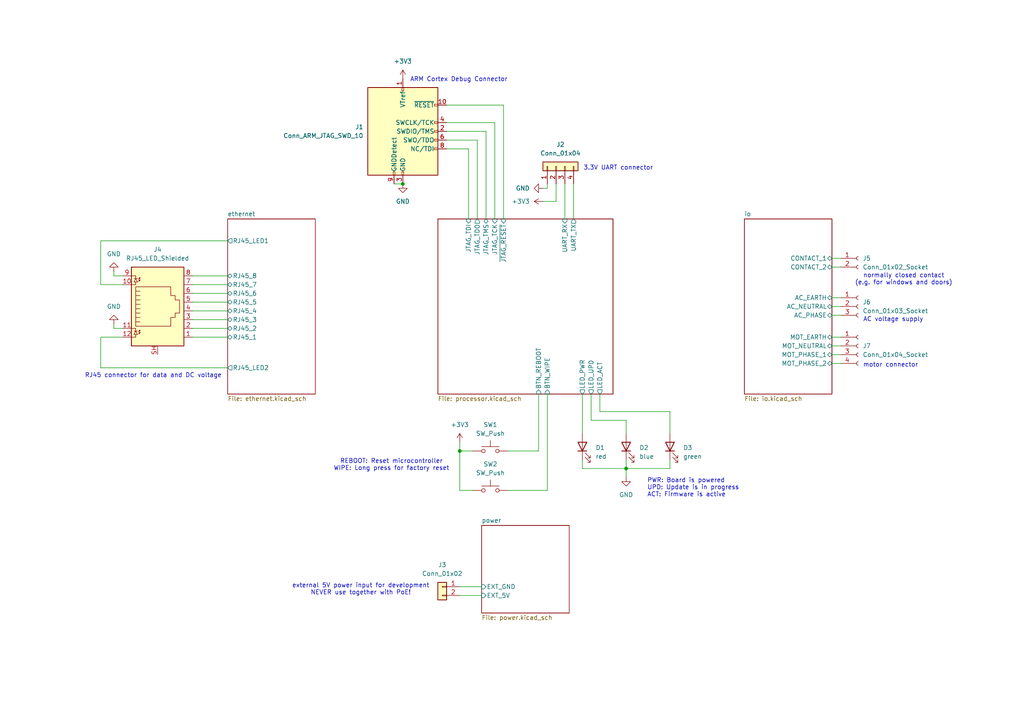
<source format=kicad_sch>
(kicad_sch (version 20231120) (generator "eeschema") (generator_version "8.0")
  (paper "A4")
  (lib_symbols
    (symbol "Connector:Conn_01x02_Socket" (pin_names (offset 1.016) hide)
      (property "Reference" "J" (at 0 2.54 0))
      (property "Value" "Conn_01x02_Socket" (at 0 -5.08 0))
      (symbol "Conn_01x02_Socket_1_1"
        (arc (start 0 -2.032) (mid -0.5058 -2.54) (end 0 -3.048) (stroke (width 0.1524)))
        (polyline (pts (xy -1.27 -2.54) (xy -0.508 -2.54)) (stroke (width 0.1524)))
        (polyline (pts (xy -1.27 0) (xy -0.508 0)) (stroke (width 0.1524)))
        (arc (start 0 0.508) (mid -0.5058 0) (end 0 -0.508) (stroke (width 0.1524)))
        (pin passive line (at -5.08 0 0) (length 3.81) (name "Pin_1") (number "1"))
        (pin passive line (at -5.08 -2.54 0) (length 3.81) (name "Pin_2") (number "2"))
      )
    )
    (symbol "Connector:Conn_01x03_Socket" (pin_names (offset 1.016) hide)
      (property "Reference" "J" (at 0 5.08 0))
      (property "Value" "Conn_01x03_Socket" (at 0 -5.08 0))
      (symbol "Conn_01x03_Socket_1_1"
        (arc (start 0 -2.032) (mid -0.5058 -2.54) (end 0 -3.048) (stroke (width 0.1524)))
        (polyline (pts (xy -1.27 -2.54) (xy -0.508 -2.54)) (stroke (width 0.1524)))
        (polyline (pts (xy -1.27 0) (xy -0.508 0)) (stroke (width 0.1524)))
        (polyline (pts (xy -1.27 2.54) (xy -0.508 2.54)) (stroke (width 0.1524)))
        (arc (start 0 0.508) (mid -0.5058 0) (end 0 -0.508) (stroke (width 0.1524)))
        (arc (start 0 3.048) (mid -0.5058 2.54) (end 0 2.032) (stroke (width 0.1524)))
        (pin passive line (at -5.08 2.54 0) (length 3.81) (name "Pin_1") (number "1"))
        (pin passive line (at -5.08 0 0) (length 3.81) (name "Pin_2") (number "2"))
        (pin passive line (at -5.08 -2.54 0) (length 3.81) (name "Pin_3") (number "3"))
      )
    )
    (symbol "Connector:Conn_01x04_Socket" (pin_names (offset 1.016) hide)
      (property "Reference" "J" (at 0 5.08 0))
      (property "Value" "Conn_01x04_Socket" (at 0 -7.62 0))
      (symbol "Conn_01x04_Socket_1_1"
        (arc (start 0 -4.572) (mid -0.5058 -5.08) (end 0 -5.588) (stroke (width 0.1524)))
        (arc (start 0 -2.032) (mid -0.5058 -2.54) (end 0 -3.048) (stroke (width 0.1524)))
        (polyline (pts (xy -1.27 -5.08) (xy -0.508 -5.08)) (stroke (width 0.1524)))
        (polyline (pts (xy -1.27 -2.54) (xy -0.508 -2.54)) (stroke (width 0.1524)))
        (polyline (pts (xy -1.27 0) (xy -0.508 0)) (stroke (width 0.1524)))
        (polyline (pts (xy -1.27 2.54) (xy -0.508 2.54)) (stroke (width 0.1524)))
        (arc (start 0 0.508) (mid -0.5058 0) (end 0 -0.508) (stroke (width 0.1524)))
        (arc (start 0 3.048) (mid -0.5058 2.54) (end 0 2.032) (stroke (width 0.1524)))
        (pin passive line (at -5.08 2.54 0) (length 3.81) (name "Pin_1") (number "1"))
        (pin passive line (at -5.08 0 0) (length 3.81) (name "Pin_2") (number "2"))
        (pin passive line (at -5.08 -2.54 0) (length 3.81) (name "Pin_3") (number "3"))
        (pin passive line (at -5.08 -5.08 0) (length 3.81) (name "Pin_4") (number "4"))
      )
    )
    (symbol "Connector:Conn_ARM_JTAG_SWD_10" (pin_names (offset 1.016))
      (property "Reference" "J" (at -2.54 16.51 0))
      (property "Value" "Conn_ARM_JTAG_SWD_10" (at -2.54 13.97 0))
      (symbol "Conn_ARM_JTAG_SWD_10_0_1"
        (rectangle (start -10.16 12.7) (end 10.16 -12.7) (stroke (width 0.254)) (fill (type background)))
        (rectangle (start -2.794 -12.7) (end -2.286 -11.684))
        (rectangle (start -0.254 -12.7) (end 0.254 -11.684))
        (rectangle (start -0.254 12.7) (end 0.254 11.684))
        (rectangle (start 9.144 2.286) (end 10.16 2.794))
        (rectangle (start 10.16 -2.794) (end 9.144 -2.286))
        (rectangle (start 10.16 -0.254) (end 9.144 0.254))
        (rectangle (start 10.16 7.874) (end 9.144 7.366))
      )
      (symbol "Conn_ARM_JTAG_SWD_10_1_1"
        (rectangle (start 9.144 -5.334) (end 10.16 -4.826))
        (pin power_in line (at 0 15.24 270) (length 2.54) (name "VTref") (number "1"))
        (pin open_collector line (at 12.7 7.62 180) (length 2.54) (name "~{RESET}") (number "10"))
        (pin bidirectional line (at 12.7 0 180) (length 2.54) (name "SWDIO/TMS") (number "2"))
        (pin power_in line (at 0 -15.24 90) (length 2.54) (name "GND") (number "3"))
        (pin output line (at 12.7 2.54 180) (length 2.54) (name "SWCLK/TCK") (number "4"))
        (pin passive line (at 0 -15.24 90) (length 2.54) hide (name "GND") (number "5"))
        (pin input line (at 12.7 -2.54 180) (length 2.54) (name "SWO/TDO") (number "6"))
        (pin no_connect line (at -10.16 0 0) (length 2.54) hide (name "KEY") (number "7"))
        (pin output line (at 12.7 -5.08 180) (length 2.54) (name "NC/TDI") (number "8"))
        (pin passive line (at -2.54 -15.24 90) (length 2.54) (name "GNDDetect") (number "9"))
      )
    )
    (symbol "Connector:RJ45_LED_Shielded" (pin_names (offset 1.016))
      (property "Reference" "J" (at -5.08 13.97 0))
      (property "Value" "RJ45_LED_Shielded" (at 1.27 13.97 0))
      (symbol "RJ45_LED_Shielded_0_1"
        (polyline (pts (xy -7.62 -7.62) (xy -6.35 -7.62)))
        (polyline (pts (xy -7.62 -5.08) (xy -6.35 -5.08)))
        (polyline (pts (xy -7.62 7.62) (xy -6.35 7.62)))
        (polyline (pts (xy -7.62 10.16) (xy -6.35 10.16)))
        (polyline (pts (xy -6.858 -5.842) (xy -5.842 -5.842)))
        (polyline (pts (xy -6.858 9.398) (xy -5.842 9.398)))
        (polyline (pts (xy -6.35 -7.62) (xy -6.35 -6.858)))
        (polyline (pts (xy -6.35 -5.08) (xy -6.35 -5.842)))
        (polyline (pts (xy -6.35 7.62) (xy -6.35 8.382)))
        (polyline (pts (xy -6.35 10.16) (xy -6.35 9.398)))
        (polyline (pts (xy -5.08 -6.223) (xy -5.207 -6.604)))
        (polyline (pts (xy -5.08 -5.588) (xy -5.207 -5.969)))
        (polyline (pts (xy -5.08 4.445) (xy -6.35 4.445)))
        (polyline (pts (xy -5.08 5.715) (xy -6.35 5.715)))
        (polyline (pts (xy -5.08 9.017) (xy -5.207 8.636)))
        (polyline (pts (xy -5.08 9.652) (xy -5.207 9.271)))
        (polyline (pts (xy -6.35 -3.175) (xy -5.08 -3.175) (xy -5.08 -3.175)))
        (polyline (pts (xy -6.35 -1.905) (xy -5.08 -1.905) (xy -5.08 -1.905)))
        (polyline (pts (xy -6.35 -0.635) (xy -5.08 -0.635) (xy -5.08 -0.635)))
        (polyline (pts (xy -6.35 0.635) (xy -5.08 0.635) (xy -5.08 0.635)))
        (polyline (pts (xy -6.35 1.905) (xy -5.08 1.905) (xy -5.08 1.905)))
        (polyline (pts (xy -5.588 -6.731) (xy -5.08 -6.223) (xy -5.461 -6.35)))
        (polyline (pts (xy -5.588 -6.096) (xy -5.08 -5.588) (xy -5.461 -5.715)))
        (polyline (pts (xy -5.588 8.509) (xy -5.08 9.017) (xy -5.461 8.89)))
        (polyline (pts (xy -5.588 9.144) (xy -5.08 9.652) (xy -5.461 9.525)))
        (polyline (pts (xy -5.08 3.175) (xy -6.35 3.175) (xy -6.35 3.175)))
        (polyline (pts (xy -6.35 -5.842) (xy -6.858 -6.858) (xy -5.842 -6.858) (xy -6.35 -5.842)))
        (polyline (pts (xy -6.35 9.398) (xy -6.858 8.382) (xy -5.842 8.382) (xy -6.35 9.398)))
        (polyline (pts (xy -6.35 -4.445) (xy -6.35 6.985) (xy 3.81 6.985) (xy 3.81 4.445) (xy 5.08 4.445) (xy 5.08 3.175) (xy 6.35 3.175) (xy 6.35 -0.635) (xy 5.08 -0.635) (xy 5.08 -1.905) (xy 3.81 -1.905) (xy 3.81 -4.445) (xy -6.35 -4.445) (xy -6.35 -4.445)))
        (rectangle (start 7.62 12.7) (end -7.62 -10.16) (stroke (width 0.254)) (fill (type background)))
      )
      (symbol "RJ45_LED_Shielded_1_1"
        (pin passive line (at 10.16 -7.62 180) (length 2.54) (name "~") (number "1"))
        (pin passive line (at -10.16 7.62 0) (length 2.54) (name "~") (number "10"))
        (pin passive line (at -10.16 -5.08 0) (length 2.54) (name "~") (number "11"))
        (pin passive line (at -10.16 -7.62 0) (length 2.54) (name "~") (number "12"))
        (pin passive line (at 10.16 -5.08 180) (length 2.54) (name "~") (number "2"))
        (pin passive line (at 10.16 -2.54 180) (length 2.54) (name "~") (number "3"))
        (pin passive line (at 10.16 0 180) (length 2.54) (name "~") (number "4"))
        (pin passive line (at 10.16 2.54 180) (length 2.54) (name "~") (number "5"))
        (pin passive line (at 10.16 5.08 180) (length 2.54) (name "~") (number "6"))
        (pin passive line (at 10.16 7.62 180) (length 2.54) (name "~") (number "7"))
        (pin passive line (at 10.16 10.16 180) (length 2.54) (name "~") (number "8"))
        (pin passive line (at -10.16 10.16 0) (length 2.54) (name "~") (number "9"))
        (pin passive line (at 0 -12.7 90) (length 2.54) (name "~") (number "SH"))
      )
    )
    (symbol "Connector_Generic:Conn_01x02" (pin_names (offset 1.016) hide)
      (property "Reference" "J" (at 0 2.54 0))
      (property "Value" "Conn_01x02" (at 0 -5.08 0))
      (symbol "Conn_01x02_1_1"
        (rectangle (start -1.27 -2.413) (end 0 -2.667) (stroke (width 0.1524)))
        (rectangle (start -1.27 0.127) (end 0 -0.127) (stroke (width 0.1524)))
        (rectangle (start -1.27 1.27) (end 1.27 -3.81) (stroke (width 0.254)) (fill (type background)))
        (pin passive line (at -5.08 0 0) (length 3.81) (name "Pin_1") (number "1"))
        (pin passive line (at -5.08 -2.54 0) (length 3.81) (name "Pin_2") (number "2"))
      )
    )
    (symbol "Connector_Generic:Conn_01x04" (pin_names (offset 1.016) hide)
      (property "Reference" "J" (at 0 5.08 0))
      (property "Value" "Conn_01x04" (at 0 -7.62 0))
      (symbol "Conn_01x04_1_1"
        (rectangle (start -1.27 -4.953) (end 0 -5.207) (stroke (width 0.1524)))
        (rectangle (start -1.27 -2.413) (end 0 -2.667) (stroke (width 0.1524)))
        (rectangle (start -1.27 0.127) (end 0 -0.127) (stroke (width 0.1524)))
        (rectangle (start -1.27 2.667) (end 0 2.413) (stroke (width 0.1524)))
        (rectangle (start -1.27 3.81) (end 1.27 -6.35) (stroke (width 0.254)) (fill (type background)))
        (pin passive line (at -5.08 2.54 0) (length 3.81) (name "Pin_1") (number "1"))
        (pin passive line (at -5.08 0 0) (length 3.81) (name "Pin_2") (number "2"))
        (pin passive line (at -5.08 -2.54 0) (length 3.81) (name "Pin_3") (number "3"))
        (pin passive line (at -5.08 -5.08 0) (length 3.81) (name "Pin_4") (number "4"))
      )
    )
    (symbol "Device:LED" (pin_numbers hide) (pin_names (offset 1.016) hide)
      (property "Reference" "D" (at 0 2.54 0))
      (property "Value" "LED" (at 0 -2.54 0))
      (symbol "LED_0_1"
        (polyline (pts (xy -1.27 -1.27) (xy -1.27 1.27)) (stroke (width 0.254)))
        (polyline (pts (xy -1.27 0) (xy 1.27 0)))
        (polyline (pts (xy 1.27 -1.27) (xy 1.27 1.27) (xy -1.27 0) (xy 1.27 -1.27)) (stroke (width 0.254)))
        (polyline (pts (xy -3.048 -0.762) (xy -4.572 -2.286) (xy -3.81 -2.286) (xy -4.572 -2.286) (xy -4.572 -1.524)))
        (polyline (pts (xy -1.778 -0.762) (xy -3.302 -2.286) (xy -2.54 -2.286) (xy -3.302 -2.286) (xy -3.302 -1.524)))
      )
      (symbol "LED_1_1"
        (pin passive line (at -3.81 0 0) (length 2.54) (name "K") (number "1"))
        (pin passive line (at 3.81 0 180) (length 2.54) (name "A") (number "2"))
      )
    )
    (symbol "Switch:SW_Push" (pin_numbers hide) (pin_names (offset 1.016) hide)
      (property "Reference" "SW" (at 1.27 2.54 0))
      (property "Value" "SW_Push" (at 0 -1.524 0))
      (symbol "SW_Push_0_1"
        (circle (center -2.032 0) (radius 0.508))
        (polyline (pts (xy 0 1.27) (xy 0 3.048)))
        (polyline (pts (xy 2.54 1.27) (xy -2.54 1.27)))
        (circle (center 2.032 0) (radius 0.508))
        (pin passive line (at -5.08 0 0) (length 2.54) (name "1") (number "1"))
        (pin passive line (at 5.08 0 180) (length 2.54) (name "2") (number "2"))
      )
    )
    (symbol "power:+3V3" (power) (pin_numbers hide) (pin_names (offset 0) hide)
      (property "Value" "+3V3" (at 0 3.556 0))
      (symbol "+3V3_0_1"
        (polyline (pts (xy -0.762 1.27) (xy 0 2.54)))
        (polyline (pts (xy 0 0) (xy 0 2.54)))
        (polyline (pts (xy 0 2.54) (xy 0.762 1.27)))
      )
      (symbol "+3V3_1_1"
        (pin power_in line (at 0 0 90) (length 0) (name "~") (number "1"))
      )
    )
    (symbol "power:GND" (power) (pin_numbers hide) (pin_names (offset 0) hide)
      (property "Value" "GND" (at 0 -3.81 0))
      (symbol "GND_0_1"
        (polyline (pts (xy 0 0) (xy 0 -1.27) (xy 1.27 -1.27) (xy 0 -2.54) (xy -1.27 -1.27) (xy 0 -1.27)))
      )
      (symbol "GND_1_1"
        (pin power_in line (at 0 0 270) (length 0) (name "~") (number "1"))
      )
    )
  )
  (junction (at 181.61 135.89))
  (junction (at 133.35 130.81))
  (junction (at 116.84 53.34))
  (wire (pts (xy 181.61 135.89) (xy 181.61 138.43)))
  (wire (pts (xy 138.43 40.64) (xy 138.43 63.5)))
  (wire (pts (xy 29.21 82.55) (xy 35.56 82.55)))
  (wire (pts (xy 181.61 133.35) (xy 181.61 135.89)))
  (wire (pts (xy 55.88 80.01) (xy 66.04 80.01)))
  (wire (pts (xy 33.02 80.01) (xy 35.56 80.01)))
  (wire (pts (xy 241.3 102.87) (xy 243.84 102.87)))
  (wire (pts (xy 161.29 58.42) (xy 157.48 58.42)))
  (wire (pts (xy 129.54 35.56) (xy 143.51 35.56)))
  (wire (pts (xy 181.61 121.92) (xy 181.61 125.73)))
  (wire (pts (xy 129.54 30.48) (xy 146.05 30.48)))
  (wire (pts (xy 146.05 30.48) (xy 146.05 63.5)))
  (wire (pts (xy 156.21 114.3) (xy 156.21 130.81)))
  (wire (pts (xy 133.35 130.81) (xy 133.35 142.24)))
  (wire (pts (xy 241.3 97.79) (xy 243.84 97.79)))
  (wire (pts (xy 158.75 114.3) (xy 158.75 142.24)))
  (wire (pts (xy 55.88 85.09) (xy 66.04 85.09)))
  (wire (pts (xy 168.91 135.89) (xy 181.61 135.89)))
  (wire (pts (xy 33.02 93.98) (xy 33.02 95.25)))
  (wire (pts (xy 114.3 53.34) (xy 116.84 53.34)))
  (wire (pts (xy 168.91 114.3) (xy 168.91 125.73)))
  (wire (pts (xy 173.99 114.3) (xy 173.99 119.38)))
  (wire (pts (xy 129.54 40.64) (xy 138.43 40.64)))
  (wire (pts (xy 137.16 142.24) (xy 133.35 142.24)))
  (wire (pts (xy 157.48 54.61) (xy 158.75 54.61)))
  (wire (pts (xy 161.29 53.34) (xy 161.29 58.42)))
  (wire (pts (xy 133.35 130.81) (xy 133.35 128.27)))
  (wire (pts (xy 129.54 43.18) (xy 135.89 43.18)))
  (wire (pts (xy 241.3 74.93) (xy 243.84 74.93)))
  (wire (pts (xy 55.88 82.55) (xy 66.04 82.55)))
  (wire (pts (xy 241.3 91.44) (xy 243.84 91.44)))
  (wire (pts (xy 55.88 97.79) (xy 66.04 97.79)))
  (wire (pts (xy 158.75 54.61) (xy 158.75 53.34)))
  (wire (pts (xy 140.97 38.1) (xy 140.97 63.5)))
  (wire (pts (xy 33.02 78.74) (xy 33.02 80.01)))
  (wire (pts (xy 173.99 119.38) (xy 194.31 119.38)))
  (wire (pts (xy 194.31 119.38) (xy 194.31 125.73)))
  (wire (pts (xy 194.31 133.35) (xy 194.31 135.89)))
  (wire (pts (xy 194.31 135.89) (xy 181.61 135.89)))
  (wire (pts (xy 29.21 97.79) (xy 35.56 97.79)))
  (wire (pts (xy 168.91 133.35) (xy 168.91 135.89)))
  (wire (pts (xy 158.75 142.24) (xy 147.32 142.24)))
  (wire (pts (xy 143.51 35.56) (xy 143.51 63.5)))
  (wire (pts (xy 163.83 53.34) (xy 163.83 63.5)))
  (wire (pts (xy 171.45 114.3) (xy 171.45 121.92)))
  (wire (pts (xy 55.88 87.63) (xy 66.04 87.63)))
  (wire (pts (xy 129.54 38.1) (xy 140.97 38.1)))
  (wire (pts (xy 241.3 88.9) (xy 243.84 88.9)))
  (wire (pts (xy 241.3 100.33) (xy 243.84 100.33)))
  (wire (pts (xy 135.89 43.18) (xy 135.89 63.5)))
  (wire (pts (xy 171.45 121.92) (xy 181.61 121.92)))
  (wire (pts (xy 55.88 95.25) (xy 66.04 95.25)))
  (wire (pts (xy 133.35 170.18) (xy 139.7 170.18)))
  (wire (pts (xy 137.16 130.81) (xy 133.35 130.81)))
  (wire (pts (xy 133.35 172.72) (xy 139.7 172.72)))
  (wire (pts (xy 166.37 53.34) (xy 166.37 63.5)))
  (wire (pts (xy 241.3 77.47) (xy 243.84 77.47)))
  (wire (pts (xy 29.21 69.85) (xy 29.21 82.55)))
  (wire (pts (xy 156.21 130.81) (xy 147.32 130.81)))
  (wire (pts (xy 241.3 105.41) (xy 243.84 105.41)))
  (wire (pts (xy 55.88 90.17) (xy 66.04 90.17)))
  (wire (pts (xy 241.3 86.36) (xy 243.84 86.36)))
  (wire (pts (xy 33.02 95.25) (xy 35.56 95.25)))
  (wire (pts (xy 55.88 92.71) (xy 66.04 92.71)))
  (wire (pts (xy 29.21 106.68) (xy 29.21 97.79)))
  (wire (pts (xy 66.04 69.85) (xy 29.21 69.85)))
  (wire (pts (xy 66.04 106.68) (xy 29.21 106.68)))
  (text "PWR: Board is powered\nUPD: Update is in progress\nACT: Firmware is active" (at 187.706 141.478 0) (effects (font (size 1.27 1.27)) (justify left)))
  (text "REBOOT: Reset microcontroller\nWIPE: Long press for factory reset" (at 113.538 134.874 0) (effects (font (size 1.27 1.27))))
  (text "AC voltage supply" (at 259.08 92.71 0) (effects (font (size 1.27 1.27))))
  (text "ARM Cortex Debug Connector" (at 133.096 23.114 0) (effects (font (size 1.27 1.27))))
  (text "external 5V power input for development\nNEVER use together with PoE!" (at 104.648 170.942 0) (effects (font (size 1.27 1.27))))
  (text "normally closed contact\n(e.g. for windows and doors)" (at 262.128 81.026 0) (effects (font (size 1.27 1.27))))
  (text "3.3V UART connector" (at 179.324 48.768 0) (effects (font (size 1.27 1.27))))
  (text "RJ45 connector for data and DC voltage" (at 44.45 108.966 0) (effects (font (size 1.27 1.27))))
  (text "motor connector" (at 258.318 105.918 0) (effects (font (size 1.27 1.27))))
  (symbol (lib_id "power:GND") (at 33.02 93.98 180) (unit 1)
    (property "Reference" "#PWR08" (effects (hide yes)))
    (property "Value" "GND" (at 33.02 88.9 0))
    (property "Description" "Power symbol creates a global label with name \"GND\" , ground" (effects (hide yes)))
  )
  (symbol (lib_id "Switch:SW_Push") (at 142.24 130.81 0) (mirror y) (unit 1)
    (property "Reference" "SW1" (at 142.24 123.19 0))
    (property "Value" "SW_Push" (at 142.24 125.73 0))
    (property "Footprint" "Button_Switch_SMD:SW_SPST_TL3305B" (effects (hide yes)))
    (property "Datasheet" "https://www.e-switch.com/wp-content/uploads/2024/08/TL3305.pdf" (effects (hide yes)))
    (property "Description" "REBOOT" (effects (hide yes)))
    (property "MPN" "TL3305BF260QG" (effects (hide yes)))
    (property "Manufacturer" "E-Switch" (effects (hide yes)))
  )
  (symbol (lib_id "Connector:RJ45_LED_Shielded") (at 45.72 90.17 0) (unit 1)
    (property "Reference" "J4" (at 45.72 72.39 0))
    (property "Value" "RJ45_LED_Shielded" (at 45.72 74.93 0))
    (property "Footprint" "Connector_RJ:RJ45_BEL_SS74301-00x_Vertical" (effects (hide yes)))
    (property "Datasheet" "https://www.cinch.com/media/datasheets/products/ethernet-usb/ds-stw-2.5g-connectors.pdf" (effects (hide yes)))
    (property "Description" "Ethernet with PoE" (effects (hide yes)))
    (property "MPN" "SS-74301-001" (effects (hide yes)))
    (property "Manufacturer" "Stewart Connector" (effects (hide yes)))
  )
  (symbol (lib_id "Switch:SW_Push") (at 142.24 142.24 0) (mirror y) (unit 1)
    (property "Reference" "SW2" (at 142.24 134.62 0))
    (property "Value" "SW_Push" (at 142.24 137.16 0))
    (property "Footprint" "Button_Switch_SMD:SW_SPST_TL3305B" (effects (hide yes)))
    (property "Datasheet" "https://www.e-switch.com/wp-content/uploads/2024/08/TL3305.pdf" (effects (hide yes)))
    (property "Description" "WIPE" (effects (hide yes)))
    (property "MPN" "TL3305BF260QG" (effects (hide yes)))
    (property "Manufacturer" "E-Switch" (effects (hide yes)))
  )
  (symbol (lib_id "Device:LED") (at 181.61 129.54 90) (unit 1)
    (property "Reference" "D2" (at 185.42 129.8574 90) (effects (justify right)))
    (property "Value" "blue" (at 185.42 132.3974 90) (effects (justify right)))
    (property "Footprint" "LED_SMD:LED_1206_3216Metric" (effects (hide yes)))
    (property "Datasheet" "https://s3-us-west-2.amazonaws.com/catsy.557/Dialight_CBI_data_598-1206_Apr2018.pdf" (effects (hide yes)))
    (property "Description" "UPD" (effects (hide yes)))
    (property "MPN" "598-8291-107F" (effects (hide yes)))
    (property "Manufacturer" "Dialight" (effects (hide yes)))
  )
  (symbol (lib_id "Connector_Generic:Conn_01x04") (at 161.29 48.26 90) (unit 1)
    (property "Reference" "J2" (at 162.56 41.91 90))
    (property "Value" "Conn_01x04" (at 162.56 44.45 90))
    (property "Footprint" "Connector_PinHeader_2.54mm:PinHeader_1x04_P2.54mm_Vertical" (effects (hide yes)))
    (property "Description" "3V3 UART" (effects (hide yes)))
  )
  (symbol (lib_id "power:+3V3") (at 133.35 128.27 0) (mirror y) (unit 1)
    (property "Reference" "#PWR04" (effects (hide yes)))
    (property "Value" "+3V3" (at 133.35 123.19 0))
    (property "Description" "Power symbol creates a global label with name \"+3V3\"" (effects (hide yes)))
  )
  (symbol (lib_id "Connector:Conn_ARM_JTAG_SWD_10") (at 116.84 38.1 0) (unit 1)
    (property "Reference" "J1" (at 105.41 36.8299 0) (effects (justify right)))
    (property "Value" "Conn_ARM_JTAG_SWD_10" (at 105.41 39.3699 0) (effects (justify right)))
    (property "Datasheet" "https://mm.digikey.com/Volume0/opasdata/d220001/medias/docus/6209/ftsh-1xx-xx-xxx-dv-xxx-xxx-x-xx-mkt.pdf" (effects (hide yes)))
    (property "Description" "JTAG" (effects (hide yes)))
    (property "MPN" "FTSH-105-01-L-DV-007-K-TR" (effects (hide yes)))
    (property "Manufacturer" "samtec" (effects (hide yes)))
  )
  (symbol (lib_id "Connector_Generic:Conn_01x02") (at 128.27 170.18 0) (mirror y) (unit 1)
    (property "Reference" "J3" (at 128.27 163.83 0))
    (property "Value" "Conn_01x02" (at 128.27 166.37 0))
    (property "Footprint" "Connector_PinHeader_2.54mm:PinHeader_1x02_P2.54mm_Vertical" (effects (hide yes)))
    (property "Description" "Non-PoE 5V power input" (effects (hide yes)))
  )
  (symbol (lib_id "power:+3V3") (at 157.48 58.42 90) (unit 1)
    (property "Reference" "#PWR06" (effects (hide yes)))
    (property "Value" "+3V3" (at 153.67 58.4199 90) (effects (justify left)))
    (property "Description" "Power symbol creates a global label with name \"+3V3\"" (effects (hide yes)))
  )
  (symbol (lib_id "Device:LED") (at 194.31 129.54 90) (unit 1)
    (property "Reference" "D3" (at 198.12 129.8574 90) (effects (justify right)))
    (property "Value" "green" (at 198.12 132.3974 90) (effects (justify right)))
    (property "Footprint" "LED_SMD:LED_1206_3216Metric" (effects (hide yes)))
    (property "Datasheet" "https://s3-us-west-2.amazonaws.com/catsy.557/Dialight_CBI_data_598-1206_Apr2018.pdf" (effects (hide yes)))
    (property "Description" "ACT" (effects (hide yes)))
    (property "MPN" "598-8270-107F" (effects (hide yes)))
    (property "Manufacturer" "Dialight" (effects (hide yes)))
  )
  (symbol (lib_id "power:GND") (at 116.84 53.34 0) (unit 1)
    (property "Reference" "#PWR02" (effects (hide yes)))
    (property "Value" "GND" (at 116.84 58.42 0))
    (property "Description" "Power symbol creates a global label with name \"GND\" , ground" (effects (hide yes)))
  )
  (symbol (lib_id "Connector:Conn_01x02_Socket") (at 248.92 74.93 0) (unit 1)
    (property "Reference" "J5" (at 250.19 74.9299 0) (effects (justify left)))
    (property "Value" "Conn_01x02_Socket" (at 250.19 77.4699 0) (effects (justify left)))
    (property "Footprint" "TerminalBlock_WAGO:TerminalBlock_WAGO_236-402_1x02_P5.00mm_45Degree" (effects (hide yes)))
    (property "Description" "door / window contact" (effects (hide yes)))
    (property "MPN" "236-402" (effects (hide yes)))
    (property "Manufacturer" "WAGO Corporation" (effects (hide yes)))
  )
  (symbol (lib_id "Connector:Conn_01x03_Socket") (at 248.92 88.9 0) (unit 1)
    (property "Reference" "J6" (at 250.19 87.6299 0) (effects (justify left)))
    (property "Value" "Conn_01x03_Socket" (at 250.19 90.1699 0) (effects (justify left)))
    (property "Footprint" "TerminalBlock_WAGO:TerminalBlock_WAGO_236-403_1x03_P5.00mm_45Degree" (effects (hide yes)))
    (property "Description" "AC input" (effects (hide yes)))
    (property "MPN" "236-403" (effects (hide yes)))
    (property "Manufacturer" "WAGO Corporation" (effects (hide yes)))
  )
  (symbol (lib_id "power:GND") (at 181.61 138.43 0) (unit 1)
    (property "Reference" "#PWR03" (effects (hide yes)))
    (property "Value" "GND" (at 181.61 143.51 0))
    (property "Description" "Power symbol creates a global label with name \"GND\" , ground" (effects (hide yes)))
  )
  (symbol (lib_id "power:GND") (at 157.48 54.61 270) (unit 1)
    (property "Reference" "#PWR05" (effects (hide yes)))
    (property "Value" "GND" (at 153.67 54.6099 90) (effects (justify right)))
    (property "Description" "Power symbol creates a global label with name \"GND\" , ground" (effects (hide yes)))
  )
  (symbol (lib_id "power:+3V3") (at 116.84 22.86 0) (unit 1)
    (property "Reference" "#PWR01" (effects (hide yes)))
    (property "Value" "+3V3" (at 116.84 17.78 0))
    (property "Description" "Power symbol creates a global label with name \"+3V3\"" (effects (hide yes)))
  )
  (symbol (lib_id "Device:LED") (at 168.91 129.54 90) (unit 1)
    (property "Reference" "D1" (at 172.72 129.8574 90) (effects (justify right)))
    (property "Value" "red" (at 172.72 132.3974 90) (effects (justify right)))
    (property "Footprint" "LED_SMD:LED_1206_3216Metric" (effects (hide yes)))
    (property "Datasheet" "https://s3-us-west-2.amazonaws.com/catsy.557/Dialight_CBI_data_598-1206_Apr2018.pdf" (effects (hide yes)))
    (property "Description" "PWR" (effects (hide yes)))
    (property "MPN" "598-8210-107F" (effects (hide yes)))
    (property "Manufacturer" "Dialight" (effects (hide yes)))
  )
  (symbol (lib_id "Connector:Conn_01x04_Socket") (at 248.92 100.33 0) (unit 1)
    (property "Reference" "J7" (at 250.19 100.3299 0) (effects (justify left)))
    (property "Value" "Conn_01x04_Socket" (at 250.19 102.8699 0) (effects (justify left)))
    (property "Footprint" "TerminalBlock_WAGO:TerminalBlock_WAGO_236-404_1x04_P5.00mm_45Degree" (effects (hide yes)))
    (property "Description" "Motor connector" (effects (hide yes)))
    (property "MPN" "236-404" (effects (hide yes)))
    (property "Manufacturer" "WAGO Corporation" (effects (hide yes)))
  )
  (symbol (lib_id "power:GND") (at 33.02 78.74 180) (unit 1)
    (property "Reference" "#PWR07" (effects (hide yes)))
    (property "Value" "GND" (at 33.02 73.66 0))
    (property "Description" "Power symbol creates a global label with name \"GND\" , ground" (effects (hide yes)))
  )
  (sheet (at 66.04 63.5) (size 25.4 50.8) (stroke (width 0.1524))
    (property "Sheetname" "ethernet" (at 66.04 62.7884 0) (effects (justify left bottom)))
    (property "Sheetfile" "ethernet.kicad_sch" (at 66.04 114.8846 0) (effects (justify left top)))
    (pin "RJ45_1" bidirectional (at 66.04 97.79 180))
    (pin "RJ45_2" bidirectional (at 66.04 95.25 180))
    (pin "RJ45_3" bidirectional (at 66.04 92.71 180))
    (pin "RJ45_4" bidirectional (at 66.04 90.17 180))
    (pin "RJ45_5" bidirectional (at 66.04 87.63 180))
    (pin "RJ45_6" bidirectional (at 66.04 85.09 180))
    (pin "RJ45_7" bidirectional (at 66.04 82.55 180))
    (pin "RJ45_8" bidirectional (at 66.04 80.01 180))
    (pin "RJ45_LED1" output (at 66.04 69.85 180))
    (pin "RJ45_LED2" output (at 66.04 106.68 180))
  )
  (sheet (at 215.9 63.5) (size 25.4 50.8) (stroke (width 0.1524))
    (property "Sheetname" "io" (at 215.9 62.7884 0) (effects (justify left bottom)))
    (property "Sheetfile" "io.kicad_sch" (at 215.9 114.8846 0) (effects (justify left top)))
    (pin "AC_EARTH" bidirectional (at 241.3 86.36 0))
    (pin "AC_NEUTRAL" bidirectional (at 241.3 88.9 0))
    (pin "AC_PHASE" bidirectional (at 241.3 91.44 0))
    (pin "MOT_EARTH" bidirectional (at 241.3 97.79 0))
    (pin "MOT_NEUTRAL" bidirectional (at 241.3 100.33 0))
    (pin "MOT_PHASE_1" bidirectional (at 241.3 102.87 0))
    (pin "MOT_PHASE_2" bidirectional (at 241.3 105.41 0))
    (pin "CONTACT_1" bidirectional (at 241.3 74.93 0))
    (pin "CONTACT_2" bidirectional (at 241.3 77.47 0))
  )
  (sheet (at 127 63.5) (size 50.8 50.8) (stroke (width 0.1524))
    (property "Sheetname" "processor" (effects (hide yes)))
    (property "Sheetfile" "processor.kicad_sch" (at 127 114.8846 0) (effects (justify left top)))
    (pin "JTAG_TDI" input (at 135.89 63.5 90))
    (pin "JTAG_TDO" output (at 138.43 63.5 90))
    (pin "~{JTAG_RESET}" input (at 146.05 63.5 90))
    (pin "JTAG_TMS" bidirectional (at 140.97 63.5 90))
    (pin "JTAG_TCK" input (at 143.51 63.5 90))
    (pin "UART_RX" input (at 163.83 63.5 90))
    (pin "UART_TX" output (at 166.37 63.5 90))
    (pin "LED_UPD" output (at 171.45 114.3 270))
    (pin "LED_PWR" output (at 168.91 114.3 270))
    (pin "BTN_REBOOT" input (at 156.21 114.3 270))
    (pin "BTN_WIPE" input (at 158.75 114.3 270))
    (pin "LED_ACT" output (at 173.99 114.3 270))
  )
  (sheet (at 139.7 152.4) (size 25.4 25.4) (stroke (width 0.1524))
    (property "Sheetname" "power" (at 139.7 151.6884 0) (effects (justify left bottom)))
    (property "Sheetfile" "power.kicad_sch" (at 139.7 178.3846 0) (effects (justify left top)))
    (pin "EXT_5V" input (at 139.7 172.72 180))
    (pin "EXT_GND" input (at 139.7 170.18 180))
  )
)
</source>
